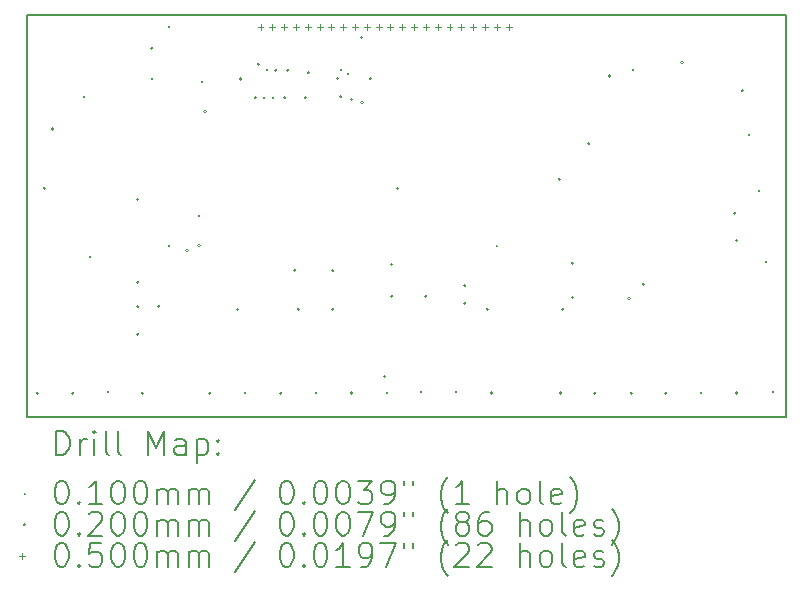
<source format=gbr>
%TF.GenerationSoftware,KiCad,Pcbnew,7.0.7*%
%TF.CreationDate,2024-09-12T05:12:30-04:00*%
%TF.ProjectId,Fluke_LCD,466c756b-655f-44c4-9344-2e6b69636164,rev?*%
%TF.SameCoordinates,Original*%
%TF.FileFunction,Drillmap*%
%TF.FilePolarity,Positive*%
%FSLAX45Y45*%
G04 Gerber Fmt 4.5, Leading zero omitted, Abs format (unit mm)*
G04 Created by KiCad (PCBNEW 7.0.7) date 2024-09-12 05:12:30*
%MOMM*%
%LPD*%
G01*
G04 APERTURE LIST*
%ADD10C,0.200000*%
%ADD11C,0.010000*%
%ADD12C,0.020000*%
%ADD13C,0.050000*%
G04 APERTURE END LIST*
D10*
X15189200Y-5207000D02*
X21615400Y-5207000D01*
X21615400Y-8610600D01*
X15189200Y-8610600D01*
X15189200Y-5207000D01*
D11*
X19165000Y-7157800D02*
X19175000Y-7167800D01*
X19175000Y-7157800D02*
X19165000Y-7167800D01*
D12*
X15290000Y-8410000D02*
G75*
G03*
X15290000Y-8410000I-10000J0D01*
G01*
X15350000Y-6675000D02*
G75*
G03*
X15350000Y-6675000I-10000J0D01*
G01*
X15419450Y-6173800D02*
G75*
G03*
X15419450Y-6173800I-10000J0D01*
G01*
X15590000Y-8410000D02*
G75*
G03*
X15590000Y-8410000I-10000J0D01*
G01*
X15687500Y-5902500D02*
G75*
G03*
X15687500Y-5902500I-10000J0D01*
G01*
X15735000Y-7258951D02*
G75*
G03*
X15735000Y-7258951I-10000J0D01*
G01*
X15890000Y-8400000D02*
G75*
G03*
X15890000Y-8400000I-10000J0D01*
G01*
X16140000Y-6770000D02*
G75*
G03*
X16140000Y-6770000I-10000J0D01*
G01*
X16140000Y-7470000D02*
G75*
G03*
X16140000Y-7470000I-10000J0D01*
G01*
X16140000Y-7680000D02*
G75*
G03*
X16140000Y-7680000I-10000J0D01*
G01*
X16140000Y-7910000D02*
G75*
G03*
X16140000Y-7910000I-10000J0D01*
G01*
X16180000Y-8410000D02*
G75*
G03*
X16180000Y-8410000I-10000J0D01*
G01*
X16260000Y-5490000D02*
G75*
G03*
X16260000Y-5490000I-10000J0D01*
G01*
X16260000Y-5750000D02*
G75*
G03*
X16260000Y-5750000I-10000J0D01*
G01*
X16320000Y-7675000D02*
G75*
G03*
X16320000Y-7675000I-10000J0D01*
G01*
X16406300Y-7163700D02*
G75*
G03*
X16406300Y-7163700I-10000J0D01*
G01*
X16407071Y-5310000D02*
G75*
G03*
X16407071Y-5310000I-10000J0D01*
G01*
X16557341Y-7202659D02*
G75*
G03*
X16557341Y-7202659I-10000J0D01*
G01*
X16660000Y-6910000D02*
G75*
G03*
X16660000Y-6910000I-10000J0D01*
G01*
X16660000Y-7160000D02*
G75*
G03*
X16660000Y-7160000I-10000J0D01*
G01*
X16685000Y-5775000D02*
G75*
G03*
X16685000Y-5775000I-10000J0D01*
G01*
X16710000Y-6025000D02*
G75*
G03*
X16710000Y-6025000I-10000J0D01*
G01*
X16750000Y-8410000D02*
G75*
G03*
X16750000Y-8410000I-10000J0D01*
G01*
X16985000Y-7700000D02*
G75*
G03*
X16985000Y-7700000I-10000J0D01*
G01*
X17010000Y-5750000D02*
G75*
G03*
X17010000Y-5750000I-10000J0D01*
G01*
X17050000Y-8410000D02*
G75*
G03*
X17050000Y-8410000I-10000J0D01*
G01*
X17135000Y-5910000D02*
G75*
G03*
X17135000Y-5910000I-10000J0D01*
G01*
X17160000Y-5625000D02*
G75*
G03*
X17160000Y-5625000I-10000J0D01*
G01*
X17210000Y-5910000D02*
G75*
G03*
X17210000Y-5910000I-10000J0D01*
G01*
X17233363Y-5673363D02*
G75*
G03*
X17233363Y-5673363I-10000J0D01*
G01*
X17285000Y-5909983D02*
G75*
G03*
X17285000Y-5909983I-10000J0D01*
G01*
X17310297Y-5676775D02*
G75*
G03*
X17310297Y-5676775I-10000J0D01*
G01*
X17350000Y-8410000D02*
G75*
G03*
X17350000Y-8410000I-10000J0D01*
G01*
X17385000Y-5910000D02*
G75*
G03*
X17385000Y-5910000I-10000J0D01*
G01*
X17410000Y-5677450D02*
G75*
G03*
X17410000Y-5677450I-10000J0D01*
G01*
X17470000Y-7370000D02*
G75*
G03*
X17470000Y-7370000I-10000J0D01*
G01*
X17500000Y-7700000D02*
G75*
G03*
X17500000Y-7700000I-10000J0D01*
G01*
X17560000Y-5910000D02*
G75*
G03*
X17560000Y-5910000I-10000J0D01*
G01*
X17585000Y-5697550D02*
G75*
G03*
X17585000Y-5697550I-10000J0D01*
G01*
X17650000Y-8410000D02*
G75*
G03*
X17650000Y-8410000I-10000J0D01*
G01*
X17790000Y-7375000D02*
G75*
G03*
X17790000Y-7375000I-10000J0D01*
G01*
X17790000Y-7700000D02*
G75*
G03*
X17790000Y-7700000I-10000J0D01*
G01*
X17830963Y-5747550D02*
G75*
G03*
X17830963Y-5747550I-10000J0D01*
G01*
X17860000Y-5675000D02*
G75*
G03*
X17860000Y-5675000I-10000J0D01*
G01*
X17860000Y-5900000D02*
G75*
G03*
X17860000Y-5900000I-10000J0D01*
G01*
X17920183Y-5710409D02*
G75*
G03*
X17920183Y-5710409I-10000J0D01*
G01*
X17950000Y-5925000D02*
G75*
G03*
X17950000Y-5925000I-10000J0D01*
G01*
X17950000Y-8410000D02*
G75*
G03*
X17950000Y-8410000I-10000J0D01*
G01*
X18035000Y-5400000D02*
G75*
G03*
X18035000Y-5400000I-10000J0D01*
G01*
X18040000Y-5950000D02*
G75*
G03*
X18040000Y-5950000I-10000J0D01*
G01*
X18110000Y-5750000D02*
G75*
G03*
X18110000Y-5750000I-10000J0D01*
G01*
X18230000Y-8270000D02*
G75*
G03*
X18230000Y-8270000I-10000J0D01*
G01*
X18250000Y-8410000D02*
G75*
G03*
X18250000Y-8410000I-10000J0D01*
G01*
X18290000Y-7320000D02*
G75*
G03*
X18290000Y-7320000I-10000J0D01*
G01*
X18290000Y-7590000D02*
G75*
G03*
X18290000Y-7590000I-10000J0D01*
G01*
X18340000Y-6680000D02*
G75*
G03*
X18340000Y-6680000I-10000J0D01*
G01*
X18540000Y-8400000D02*
G75*
G03*
X18540000Y-8400000I-10000J0D01*
G01*
X18580000Y-7590000D02*
G75*
G03*
X18580000Y-7590000I-10000J0D01*
G01*
X18835000Y-8400000D02*
G75*
G03*
X18835000Y-8400000I-10000J0D01*
G01*
X18910000Y-7500000D02*
G75*
G03*
X18910000Y-7500000I-10000J0D01*
G01*
X18910000Y-7650000D02*
G75*
G03*
X18910000Y-7650000I-10000J0D01*
G01*
X19100000Y-7700000D02*
G75*
G03*
X19100000Y-7700000I-10000J0D01*
G01*
X19135000Y-8410000D02*
G75*
G03*
X19135000Y-8410000I-10000J0D01*
G01*
X19710000Y-6600000D02*
G75*
G03*
X19710000Y-6600000I-10000J0D01*
G01*
X19720000Y-8410000D02*
G75*
G03*
X19720000Y-8410000I-10000J0D01*
G01*
X19740000Y-7700000D02*
G75*
G03*
X19740000Y-7700000I-10000J0D01*
G01*
X19820000Y-7310000D02*
G75*
G03*
X19820000Y-7310000I-10000J0D01*
G01*
X19820000Y-7600000D02*
G75*
G03*
X19820000Y-7600000I-10000J0D01*
G01*
X19957550Y-6300000D02*
G75*
G03*
X19957550Y-6300000I-10000J0D01*
G01*
X20010000Y-8410000D02*
G75*
G03*
X20010000Y-8410000I-10000J0D01*
G01*
X20135950Y-5725000D02*
G75*
G03*
X20135950Y-5725000I-10000J0D01*
G01*
X20300000Y-7610000D02*
G75*
G03*
X20300000Y-7610000I-10000J0D01*
G01*
X20320000Y-8410000D02*
G75*
G03*
X20320000Y-8410000I-10000J0D01*
G01*
X20335000Y-5675000D02*
G75*
G03*
X20335000Y-5675000I-10000J0D01*
G01*
X20421250Y-7487550D02*
G75*
G03*
X20421250Y-7487550I-10000J0D01*
G01*
X20610000Y-8410000D02*
G75*
G03*
X20610000Y-8410000I-10000J0D01*
G01*
X20748909Y-5611091D02*
G75*
G03*
X20748909Y-5611091I-10000J0D01*
G01*
X20910000Y-8410000D02*
G75*
G03*
X20910000Y-8410000I-10000J0D01*
G01*
X21193600Y-6886400D02*
G75*
G03*
X21193600Y-6886400I-10000J0D01*
G01*
X21210000Y-7120000D02*
G75*
G03*
X21210000Y-7120000I-10000J0D01*
G01*
X21210000Y-8410000D02*
G75*
G03*
X21210000Y-8410000I-10000J0D01*
G01*
X21260000Y-5850000D02*
G75*
G03*
X21260000Y-5850000I-10000J0D01*
G01*
X21315000Y-6225000D02*
G75*
G03*
X21315000Y-6225000I-10000J0D01*
G01*
X21400000Y-6700000D02*
G75*
G03*
X21400000Y-6700000I-10000J0D01*
G01*
X21460000Y-7300000D02*
G75*
G03*
X21460000Y-7300000I-10000J0D01*
G01*
X21520000Y-8400000D02*
G75*
G03*
X21520000Y-8400000I-10000J0D01*
G01*
D13*
X17170000Y-5285000D02*
X17170000Y-5335000D01*
X17145000Y-5310000D02*
X17195000Y-5310000D01*
X17270000Y-5285000D02*
X17270000Y-5335000D01*
X17245000Y-5310000D02*
X17295000Y-5310000D01*
X17370000Y-5285000D02*
X17370000Y-5335000D01*
X17345000Y-5310000D02*
X17395000Y-5310000D01*
X17470000Y-5285000D02*
X17470000Y-5335000D01*
X17445000Y-5310000D02*
X17495000Y-5310000D01*
X17570000Y-5285000D02*
X17570000Y-5335000D01*
X17545000Y-5310000D02*
X17595000Y-5310000D01*
X17670000Y-5285000D02*
X17670000Y-5335000D01*
X17645000Y-5310000D02*
X17695000Y-5310000D01*
X17770000Y-5285000D02*
X17770000Y-5335000D01*
X17745000Y-5310000D02*
X17795000Y-5310000D01*
X17870000Y-5285000D02*
X17870000Y-5335000D01*
X17845000Y-5310000D02*
X17895000Y-5310000D01*
X17970000Y-5285000D02*
X17970000Y-5335000D01*
X17945000Y-5310000D02*
X17995000Y-5310000D01*
X18070000Y-5285000D02*
X18070000Y-5335000D01*
X18045000Y-5310000D02*
X18095000Y-5310000D01*
X18170000Y-5285000D02*
X18170000Y-5335000D01*
X18145000Y-5310000D02*
X18195000Y-5310000D01*
X18270000Y-5285000D02*
X18270000Y-5335000D01*
X18245000Y-5310000D02*
X18295000Y-5310000D01*
X18370000Y-5285000D02*
X18370000Y-5335000D01*
X18345000Y-5310000D02*
X18395000Y-5310000D01*
X18470000Y-5285000D02*
X18470000Y-5335000D01*
X18445000Y-5310000D02*
X18495000Y-5310000D01*
X18570000Y-5285000D02*
X18570000Y-5335000D01*
X18545000Y-5310000D02*
X18595000Y-5310000D01*
X18670000Y-5285000D02*
X18670000Y-5335000D01*
X18645000Y-5310000D02*
X18695000Y-5310000D01*
X18770000Y-5285000D02*
X18770000Y-5335000D01*
X18745000Y-5310000D02*
X18795000Y-5310000D01*
X18870000Y-5285000D02*
X18870000Y-5335000D01*
X18845000Y-5310000D02*
X18895000Y-5310000D01*
X18970000Y-5285000D02*
X18970000Y-5335000D01*
X18945000Y-5310000D02*
X18995000Y-5310000D01*
X19070000Y-5285000D02*
X19070000Y-5335000D01*
X19045000Y-5310000D02*
X19095000Y-5310000D01*
X19170000Y-5285000D02*
X19170000Y-5335000D01*
X19145000Y-5310000D02*
X19195000Y-5310000D01*
X19270000Y-5285000D02*
X19270000Y-5335000D01*
X19245000Y-5310000D02*
X19295000Y-5310000D01*
D10*
X15439977Y-8932084D02*
X15439977Y-8732084D01*
X15439977Y-8732084D02*
X15487596Y-8732084D01*
X15487596Y-8732084D02*
X15516167Y-8741608D01*
X15516167Y-8741608D02*
X15535215Y-8760655D01*
X15535215Y-8760655D02*
X15544739Y-8779703D01*
X15544739Y-8779703D02*
X15554262Y-8817798D01*
X15554262Y-8817798D02*
X15554262Y-8846370D01*
X15554262Y-8846370D02*
X15544739Y-8884465D01*
X15544739Y-8884465D02*
X15535215Y-8903512D01*
X15535215Y-8903512D02*
X15516167Y-8922560D01*
X15516167Y-8922560D02*
X15487596Y-8932084D01*
X15487596Y-8932084D02*
X15439977Y-8932084D01*
X15639977Y-8932084D02*
X15639977Y-8798750D01*
X15639977Y-8836846D02*
X15649501Y-8817798D01*
X15649501Y-8817798D02*
X15659024Y-8808274D01*
X15659024Y-8808274D02*
X15678072Y-8798750D01*
X15678072Y-8798750D02*
X15697120Y-8798750D01*
X15763786Y-8932084D02*
X15763786Y-8798750D01*
X15763786Y-8732084D02*
X15754262Y-8741608D01*
X15754262Y-8741608D02*
X15763786Y-8751131D01*
X15763786Y-8751131D02*
X15773310Y-8741608D01*
X15773310Y-8741608D02*
X15763786Y-8732084D01*
X15763786Y-8732084D02*
X15763786Y-8751131D01*
X15887596Y-8932084D02*
X15868548Y-8922560D01*
X15868548Y-8922560D02*
X15859024Y-8903512D01*
X15859024Y-8903512D02*
X15859024Y-8732084D01*
X15992358Y-8932084D02*
X15973310Y-8922560D01*
X15973310Y-8922560D02*
X15963786Y-8903512D01*
X15963786Y-8903512D02*
X15963786Y-8732084D01*
X16220929Y-8932084D02*
X16220929Y-8732084D01*
X16220929Y-8732084D02*
X16287596Y-8874941D01*
X16287596Y-8874941D02*
X16354262Y-8732084D01*
X16354262Y-8732084D02*
X16354262Y-8932084D01*
X16535215Y-8932084D02*
X16535215Y-8827322D01*
X16535215Y-8827322D02*
X16525691Y-8808274D01*
X16525691Y-8808274D02*
X16506643Y-8798750D01*
X16506643Y-8798750D02*
X16468548Y-8798750D01*
X16468548Y-8798750D02*
X16449501Y-8808274D01*
X16535215Y-8922560D02*
X16516167Y-8932084D01*
X16516167Y-8932084D02*
X16468548Y-8932084D01*
X16468548Y-8932084D02*
X16449501Y-8922560D01*
X16449501Y-8922560D02*
X16439977Y-8903512D01*
X16439977Y-8903512D02*
X16439977Y-8884465D01*
X16439977Y-8884465D02*
X16449501Y-8865417D01*
X16449501Y-8865417D02*
X16468548Y-8855893D01*
X16468548Y-8855893D02*
X16516167Y-8855893D01*
X16516167Y-8855893D02*
X16535215Y-8846370D01*
X16630453Y-8798750D02*
X16630453Y-8998750D01*
X16630453Y-8808274D02*
X16649501Y-8798750D01*
X16649501Y-8798750D02*
X16687596Y-8798750D01*
X16687596Y-8798750D02*
X16706643Y-8808274D01*
X16706643Y-8808274D02*
X16716167Y-8817798D01*
X16716167Y-8817798D02*
X16725691Y-8836846D01*
X16725691Y-8836846D02*
X16725691Y-8893989D01*
X16725691Y-8893989D02*
X16716167Y-8913036D01*
X16716167Y-8913036D02*
X16706643Y-8922560D01*
X16706643Y-8922560D02*
X16687596Y-8932084D01*
X16687596Y-8932084D02*
X16649501Y-8932084D01*
X16649501Y-8932084D02*
X16630453Y-8922560D01*
X16811405Y-8913036D02*
X16820929Y-8922560D01*
X16820929Y-8922560D02*
X16811405Y-8932084D01*
X16811405Y-8932084D02*
X16801882Y-8922560D01*
X16801882Y-8922560D02*
X16811405Y-8913036D01*
X16811405Y-8913036D02*
X16811405Y-8932084D01*
X16811405Y-8808274D02*
X16820929Y-8817798D01*
X16820929Y-8817798D02*
X16811405Y-8827322D01*
X16811405Y-8827322D02*
X16801882Y-8817798D01*
X16801882Y-8817798D02*
X16811405Y-8808274D01*
X16811405Y-8808274D02*
X16811405Y-8827322D01*
D11*
X15169200Y-9255600D02*
X15179200Y-9265600D01*
X15179200Y-9255600D02*
X15169200Y-9265600D01*
D10*
X15478072Y-9152084D02*
X15497120Y-9152084D01*
X15497120Y-9152084D02*
X15516167Y-9161608D01*
X15516167Y-9161608D02*
X15525691Y-9171131D01*
X15525691Y-9171131D02*
X15535215Y-9190179D01*
X15535215Y-9190179D02*
X15544739Y-9228274D01*
X15544739Y-9228274D02*
X15544739Y-9275893D01*
X15544739Y-9275893D02*
X15535215Y-9313989D01*
X15535215Y-9313989D02*
X15525691Y-9333036D01*
X15525691Y-9333036D02*
X15516167Y-9342560D01*
X15516167Y-9342560D02*
X15497120Y-9352084D01*
X15497120Y-9352084D02*
X15478072Y-9352084D01*
X15478072Y-9352084D02*
X15459024Y-9342560D01*
X15459024Y-9342560D02*
X15449501Y-9333036D01*
X15449501Y-9333036D02*
X15439977Y-9313989D01*
X15439977Y-9313989D02*
X15430453Y-9275893D01*
X15430453Y-9275893D02*
X15430453Y-9228274D01*
X15430453Y-9228274D02*
X15439977Y-9190179D01*
X15439977Y-9190179D02*
X15449501Y-9171131D01*
X15449501Y-9171131D02*
X15459024Y-9161608D01*
X15459024Y-9161608D02*
X15478072Y-9152084D01*
X15630453Y-9333036D02*
X15639977Y-9342560D01*
X15639977Y-9342560D02*
X15630453Y-9352084D01*
X15630453Y-9352084D02*
X15620929Y-9342560D01*
X15620929Y-9342560D02*
X15630453Y-9333036D01*
X15630453Y-9333036D02*
X15630453Y-9352084D01*
X15830453Y-9352084D02*
X15716167Y-9352084D01*
X15773310Y-9352084D02*
X15773310Y-9152084D01*
X15773310Y-9152084D02*
X15754262Y-9180655D01*
X15754262Y-9180655D02*
X15735215Y-9199703D01*
X15735215Y-9199703D02*
X15716167Y-9209227D01*
X15954262Y-9152084D02*
X15973310Y-9152084D01*
X15973310Y-9152084D02*
X15992358Y-9161608D01*
X15992358Y-9161608D02*
X16001882Y-9171131D01*
X16001882Y-9171131D02*
X16011405Y-9190179D01*
X16011405Y-9190179D02*
X16020929Y-9228274D01*
X16020929Y-9228274D02*
X16020929Y-9275893D01*
X16020929Y-9275893D02*
X16011405Y-9313989D01*
X16011405Y-9313989D02*
X16001882Y-9333036D01*
X16001882Y-9333036D02*
X15992358Y-9342560D01*
X15992358Y-9342560D02*
X15973310Y-9352084D01*
X15973310Y-9352084D02*
X15954262Y-9352084D01*
X15954262Y-9352084D02*
X15935215Y-9342560D01*
X15935215Y-9342560D02*
X15925691Y-9333036D01*
X15925691Y-9333036D02*
X15916167Y-9313989D01*
X15916167Y-9313989D02*
X15906643Y-9275893D01*
X15906643Y-9275893D02*
X15906643Y-9228274D01*
X15906643Y-9228274D02*
X15916167Y-9190179D01*
X15916167Y-9190179D02*
X15925691Y-9171131D01*
X15925691Y-9171131D02*
X15935215Y-9161608D01*
X15935215Y-9161608D02*
X15954262Y-9152084D01*
X16144739Y-9152084D02*
X16163786Y-9152084D01*
X16163786Y-9152084D02*
X16182834Y-9161608D01*
X16182834Y-9161608D02*
X16192358Y-9171131D01*
X16192358Y-9171131D02*
X16201882Y-9190179D01*
X16201882Y-9190179D02*
X16211405Y-9228274D01*
X16211405Y-9228274D02*
X16211405Y-9275893D01*
X16211405Y-9275893D02*
X16201882Y-9313989D01*
X16201882Y-9313989D02*
X16192358Y-9333036D01*
X16192358Y-9333036D02*
X16182834Y-9342560D01*
X16182834Y-9342560D02*
X16163786Y-9352084D01*
X16163786Y-9352084D02*
X16144739Y-9352084D01*
X16144739Y-9352084D02*
X16125691Y-9342560D01*
X16125691Y-9342560D02*
X16116167Y-9333036D01*
X16116167Y-9333036D02*
X16106643Y-9313989D01*
X16106643Y-9313989D02*
X16097120Y-9275893D01*
X16097120Y-9275893D02*
X16097120Y-9228274D01*
X16097120Y-9228274D02*
X16106643Y-9190179D01*
X16106643Y-9190179D02*
X16116167Y-9171131D01*
X16116167Y-9171131D02*
X16125691Y-9161608D01*
X16125691Y-9161608D02*
X16144739Y-9152084D01*
X16297120Y-9352084D02*
X16297120Y-9218750D01*
X16297120Y-9237798D02*
X16306643Y-9228274D01*
X16306643Y-9228274D02*
X16325691Y-9218750D01*
X16325691Y-9218750D02*
X16354263Y-9218750D01*
X16354263Y-9218750D02*
X16373310Y-9228274D01*
X16373310Y-9228274D02*
X16382834Y-9247322D01*
X16382834Y-9247322D02*
X16382834Y-9352084D01*
X16382834Y-9247322D02*
X16392358Y-9228274D01*
X16392358Y-9228274D02*
X16411405Y-9218750D01*
X16411405Y-9218750D02*
X16439977Y-9218750D01*
X16439977Y-9218750D02*
X16459024Y-9228274D01*
X16459024Y-9228274D02*
X16468548Y-9247322D01*
X16468548Y-9247322D02*
X16468548Y-9352084D01*
X16563786Y-9352084D02*
X16563786Y-9218750D01*
X16563786Y-9237798D02*
X16573310Y-9228274D01*
X16573310Y-9228274D02*
X16592358Y-9218750D01*
X16592358Y-9218750D02*
X16620929Y-9218750D01*
X16620929Y-9218750D02*
X16639977Y-9228274D01*
X16639977Y-9228274D02*
X16649501Y-9247322D01*
X16649501Y-9247322D02*
X16649501Y-9352084D01*
X16649501Y-9247322D02*
X16659024Y-9228274D01*
X16659024Y-9228274D02*
X16678072Y-9218750D01*
X16678072Y-9218750D02*
X16706643Y-9218750D01*
X16706643Y-9218750D02*
X16725691Y-9228274D01*
X16725691Y-9228274D02*
X16735215Y-9247322D01*
X16735215Y-9247322D02*
X16735215Y-9352084D01*
X17125691Y-9142560D02*
X16954263Y-9399703D01*
X17382834Y-9152084D02*
X17401882Y-9152084D01*
X17401882Y-9152084D02*
X17420929Y-9161608D01*
X17420929Y-9161608D02*
X17430453Y-9171131D01*
X17430453Y-9171131D02*
X17439977Y-9190179D01*
X17439977Y-9190179D02*
X17449501Y-9228274D01*
X17449501Y-9228274D02*
X17449501Y-9275893D01*
X17449501Y-9275893D02*
X17439977Y-9313989D01*
X17439977Y-9313989D02*
X17430453Y-9333036D01*
X17430453Y-9333036D02*
X17420929Y-9342560D01*
X17420929Y-9342560D02*
X17401882Y-9352084D01*
X17401882Y-9352084D02*
X17382834Y-9352084D01*
X17382834Y-9352084D02*
X17363787Y-9342560D01*
X17363787Y-9342560D02*
X17354263Y-9333036D01*
X17354263Y-9333036D02*
X17344739Y-9313989D01*
X17344739Y-9313989D02*
X17335215Y-9275893D01*
X17335215Y-9275893D02*
X17335215Y-9228274D01*
X17335215Y-9228274D02*
X17344739Y-9190179D01*
X17344739Y-9190179D02*
X17354263Y-9171131D01*
X17354263Y-9171131D02*
X17363787Y-9161608D01*
X17363787Y-9161608D02*
X17382834Y-9152084D01*
X17535215Y-9333036D02*
X17544739Y-9342560D01*
X17544739Y-9342560D02*
X17535215Y-9352084D01*
X17535215Y-9352084D02*
X17525691Y-9342560D01*
X17525691Y-9342560D02*
X17535215Y-9333036D01*
X17535215Y-9333036D02*
X17535215Y-9352084D01*
X17668548Y-9152084D02*
X17687596Y-9152084D01*
X17687596Y-9152084D02*
X17706644Y-9161608D01*
X17706644Y-9161608D02*
X17716168Y-9171131D01*
X17716168Y-9171131D02*
X17725691Y-9190179D01*
X17725691Y-9190179D02*
X17735215Y-9228274D01*
X17735215Y-9228274D02*
X17735215Y-9275893D01*
X17735215Y-9275893D02*
X17725691Y-9313989D01*
X17725691Y-9313989D02*
X17716168Y-9333036D01*
X17716168Y-9333036D02*
X17706644Y-9342560D01*
X17706644Y-9342560D02*
X17687596Y-9352084D01*
X17687596Y-9352084D02*
X17668548Y-9352084D01*
X17668548Y-9352084D02*
X17649501Y-9342560D01*
X17649501Y-9342560D02*
X17639977Y-9333036D01*
X17639977Y-9333036D02*
X17630453Y-9313989D01*
X17630453Y-9313989D02*
X17620929Y-9275893D01*
X17620929Y-9275893D02*
X17620929Y-9228274D01*
X17620929Y-9228274D02*
X17630453Y-9190179D01*
X17630453Y-9190179D02*
X17639977Y-9171131D01*
X17639977Y-9171131D02*
X17649501Y-9161608D01*
X17649501Y-9161608D02*
X17668548Y-9152084D01*
X17859025Y-9152084D02*
X17878072Y-9152084D01*
X17878072Y-9152084D02*
X17897120Y-9161608D01*
X17897120Y-9161608D02*
X17906644Y-9171131D01*
X17906644Y-9171131D02*
X17916168Y-9190179D01*
X17916168Y-9190179D02*
X17925691Y-9228274D01*
X17925691Y-9228274D02*
X17925691Y-9275893D01*
X17925691Y-9275893D02*
X17916168Y-9313989D01*
X17916168Y-9313989D02*
X17906644Y-9333036D01*
X17906644Y-9333036D02*
X17897120Y-9342560D01*
X17897120Y-9342560D02*
X17878072Y-9352084D01*
X17878072Y-9352084D02*
X17859025Y-9352084D01*
X17859025Y-9352084D02*
X17839977Y-9342560D01*
X17839977Y-9342560D02*
X17830453Y-9333036D01*
X17830453Y-9333036D02*
X17820929Y-9313989D01*
X17820929Y-9313989D02*
X17811406Y-9275893D01*
X17811406Y-9275893D02*
X17811406Y-9228274D01*
X17811406Y-9228274D02*
X17820929Y-9190179D01*
X17820929Y-9190179D02*
X17830453Y-9171131D01*
X17830453Y-9171131D02*
X17839977Y-9161608D01*
X17839977Y-9161608D02*
X17859025Y-9152084D01*
X17992358Y-9152084D02*
X18116168Y-9152084D01*
X18116168Y-9152084D02*
X18049501Y-9228274D01*
X18049501Y-9228274D02*
X18078072Y-9228274D01*
X18078072Y-9228274D02*
X18097120Y-9237798D01*
X18097120Y-9237798D02*
X18106644Y-9247322D01*
X18106644Y-9247322D02*
X18116168Y-9266370D01*
X18116168Y-9266370D02*
X18116168Y-9313989D01*
X18116168Y-9313989D02*
X18106644Y-9333036D01*
X18106644Y-9333036D02*
X18097120Y-9342560D01*
X18097120Y-9342560D02*
X18078072Y-9352084D01*
X18078072Y-9352084D02*
X18020929Y-9352084D01*
X18020929Y-9352084D02*
X18001882Y-9342560D01*
X18001882Y-9342560D02*
X17992358Y-9333036D01*
X18211406Y-9352084D02*
X18249501Y-9352084D01*
X18249501Y-9352084D02*
X18268549Y-9342560D01*
X18268549Y-9342560D02*
X18278072Y-9333036D01*
X18278072Y-9333036D02*
X18297120Y-9304465D01*
X18297120Y-9304465D02*
X18306644Y-9266370D01*
X18306644Y-9266370D02*
X18306644Y-9190179D01*
X18306644Y-9190179D02*
X18297120Y-9171131D01*
X18297120Y-9171131D02*
X18287596Y-9161608D01*
X18287596Y-9161608D02*
X18268549Y-9152084D01*
X18268549Y-9152084D02*
X18230453Y-9152084D01*
X18230453Y-9152084D02*
X18211406Y-9161608D01*
X18211406Y-9161608D02*
X18201882Y-9171131D01*
X18201882Y-9171131D02*
X18192358Y-9190179D01*
X18192358Y-9190179D02*
X18192358Y-9237798D01*
X18192358Y-9237798D02*
X18201882Y-9256846D01*
X18201882Y-9256846D02*
X18211406Y-9266370D01*
X18211406Y-9266370D02*
X18230453Y-9275893D01*
X18230453Y-9275893D02*
X18268549Y-9275893D01*
X18268549Y-9275893D02*
X18287596Y-9266370D01*
X18287596Y-9266370D02*
X18297120Y-9256846D01*
X18297120Y-9256846D02*
X18306644Y-9237798D01*
X18382834Y-9152084D02*
X18382834Y-9190179D01*
X18459025Y-9152084D02*
X18459025Y-9190179D01*
X18754263Y-9428274D02*
X18744739Y-9418750D01*
X18744739Y-9418750D02*
X18725691Y-9390179D01*
X18725691Y-9390179D02*
X18716168Y-9371131D01*
X18716168Y-9371131D02*
X18706644Y-9342560D01*
X18706644Y-9342560D02*
X18697120Y-9294941D01*
X18697120Y-9294941D02*
X18697120Y-9256846D01*
X18697120Y-9256846D02*
X18706644Y-9209227D01*
X18706644Y-9209227D02*
X18716168Y-9180655D01*
X18716168Y-9180655D02*
X18725691Y-9161608D01*
X18725691Y-9161608D02*
X18744739Y-9133036D01*
X18744739Y-9133036D02*
X18754263Y-9123512D01*
X18935215Y-9352084D02*
X18820930Y-9352084D01*
X18878072Y-9352084D02*
X18878072Y-9152084D01*
X18878072Y-9152084D02*
X18859025Y-9180655D01*
X18859025Y-9180655D02*
X18839977Y-9199703D01*
X18839977Y-9199703D02*
X18820930Y-9209227D01*
X19173311Y-9352084D02*
X19173311Y-9152084D01*
X19259025Y-9352084D02*
X19259025Y-9247322D01*
X19259025Y-9247322D02*
X19249501Y-9228274D01*
X19249501Y-9228274D02*
X19230453Y-9218750D01*
X19230453Y-9218750D02*
X19201882Y-9218750D01*
X19201882Y-9218750D02*
X19182834Y-9228274D01*
X19182834Y-9228274D02*
X19173311Y-9237798D01*
X19382834Y-9352084D02*
X19363787Y-9342560D01*
X19363787Y-9342560D02*
X19354263Y-9333036D01*
X19354263Y-9333036D02*
X19344739Y-9313989D01*
X19344739Y-9313989D02*
X19344739Y-9256846D01*
X19344739Y-9256846D02*
X19354263Y-9237798D01*
X19354263Y-9237798D02*
X19363787Y-9228274D01*
X19363787Y-9228274D02*
X19382834Y-9218750D01*
X19382834Y-9218750D02*
X19411406Y-9218750D01*
X19411406Y-9218750D02*
X19430453Y-9228274D01*
X19430453Y-9228274D02*
X19439977Y-9237798D01*
X19439977Y-9237798D02*
X19449501Y-9256846D01*
X19449501Y-9256846D02*
X19449501Y-9313989D01*
X19449501Y-9313989D02*
X19439977Y-9333036D01*
X19439977Y-9333036D02*
X19430453Y-9342560D01*
X19430453Y-9342560D02*
X19411406Y-9352084D01*
X19411406Y-9352084D02*
X19382834Y-9352084D01*
X19563787Y-9352084D02*
X19544739Y-9342560D01*
X19544739Y-9342560D02*
X19535215Y-9323512D01*
X19535215Y-9323512D02*
X19535215Y-9152084D01*
X19716168Y-9342560D02*
X19697120Y-9352084D01*
X19697120Y-9352084D02*
X19659025Y-9352084D01*
X19659025Y-9352084D02*
X19639977Y-9342560D01*
X19639977Y-9342560D02*
X19630453Y-9323512D01*
X19630453Y-9323512D02*
X19630453Y-9247322D01*
X19630453Y-9247322D02*
X19639977Y-9228274D01*
X19639977Y-9228274D02*
X19659025Y-9218750D01*
X19659025Y-9218750D02*
X19697120Y-9218750D01*
X19697120Y-9218750D02*
X19716168Y-9228274D01*
X19716168Y-9228274D02*
X19725692Y-9247322D01*
X19725692Y-9247322D02*
X19725692Y-9266370D01*
X19725692Y-9266370D02*
X19630453Y-9285417D01*
X19792358Y-9428274D02*
X19801882Y-9418750D01*
X19801882Y-9418750D02*
X19820930Y-9390179D01*
X19820930Y-9390179D02*
X19830453Y-9371131D01*
X19830453Y-9371131D02*
X19839977Y-9342560D01*
X19839977Y-9342560D02*
X19849501Y-9294941D01*
X19849501Y-9294941D02*
X19849501Y-9256846D01*
X19849501Y-9256846D02*
X19839977Y-9209227D01*
X19839977Y-9209227D02*
X19830453Y-9180655D01*
X19830453Y-9180655D02*
X19820930Y-9161608D01*
X19820930Y-9161608D02*
X19801882Y-9133036D01*
X19801882Y-9133036D02*
X19792358Y-9123512D01*
D12*
X15179200Y-9524600D02*
G75*
G03*
X15179200Y-9524600I-10000J0D01*
G01*
D10*
X15478072Y-9416084D02*
X15497120Y-9416084D01*
X15497120Y-9416084D02*
X15516167Y-9425608D01*
X15516167Y-9425608D02*
X15525691Y-9435131D01*
X15525691Y-9435131D02*
X15535215Y-9454179D01*
X15535215Y-9454179D02*
X15544739Y-9492274D01*
X15544739Y-9492274D02*
X15544739Y-9539893D01*
X15544739Y-9539893D02*
X15535215Y-9577989D01*
X15535215Y-9577989D02*
X15525691Y-9597036D01*
X15525691Y-9597036D02*
X15516167Y-9606560D01*
X15516167Y-9606560D02*
X15497120Y-9616084D01*
X15497120Y-9616084D02*
X15478072Y-9616084D01*
X15478072Y-9616084D02*
X15459024Y-9606560D01*
X15459024Y-9606560D02*
X15449501Y-9597036D01*
X15449501Y-9597036D02*
X15439977Y-9577989D01*
X15439977Y-9577989D02*
X15430453Y-9539893D01*
X15430453Y-9539893D02*
X15430453Y-9492274D01*
X15430453Y-9492274D02*
X15439977Y-9454179D01*
X15439977Y-9454179D02*
X15449501Y-9435131D01*
X15449501Y-9435131D02*
X15459024Y-9425608D01*
X15459024Y-9425608D02*
X15478072Y-9416084D01*
X15630453Y-9597036D02*
X15639977Y-9606560D01*
X15639977Y-9606560D02*
X15630453Y-9616084D01*
X15630453Y-9616084D02*
X15620929Y-9606560D01*
X15620929Y-9606560D02*
X15630453Y-9597036D01*
X15630453Y-9597036D02*
X15630453Y-9616084D01*
X15716167Y-9435131D02*
X15725691Y-9425608D01*
X15725691Y-9425608D02*
X15744739Y-9416084D01*
X15744739Y-9416084D02*
X15792358Y-9416084D01*
X15792358Y-9416084D02*
X15811405Y-9425608D01*
X15811405Y-9425608D02*
X15820929Y-9435131D01*
X15820929Y-9435131D02*
X15830453Y-9454179D01*
X15830453Y-9454179D02*
X15830453Y-9473227D01*
X15830453Y-9473227D02*
X15820929Y-9501798D01*
X15820929Y-9501798D02*
X15706643Y-9616084D01*
X15706643Y-9616084D02*
X15830453Y-9616084D01*
X15954262Y-9416084D02*
X15973310Y-9416084D01*
X15973310Y-9416084D02*
X15992358Y-9425608D01*
X15992358Y-9425608D02*
X16001882Y-9435131D01*
X16001882Y-9435131D02*
X16011405Y-9454179D01*
X16011405Y-9454179D02*
X16020929Y-9492274D01*
X16020929Y-9492274D02*
X16020929Y-9539893D01*
X16020929Y-9539893D02*
X16011405Y-9577989D01*
X16011405Y-9577989D02*
X16001882Y-9597036D01*
X16001882Y-9597036D02*
X15992358Y-9606560D01*
X15992358Y-9606560D02*
X15973310Y-9616084D01*
X15973310Y-9616084D02*
X15954262Y-9616084D01*
X15954262Y-9616084D02*
X15935215Y-9606560D01*
X15935215Y-9606560D02*
X15925691Y-9597036D01*
X15925691Y-9597036D02*
X15916167Y-9577989D01*
X15916167Y-9577989D02*
X15906643Y-9539893D01*
X15906643Y-9539893D02*
X15906643Y-9492274D01*
X15906643Y-9492274D02*
X15916167Y-9454179D01*
X15916167Y-9454179D02*
X15925691Y-9435131D01*
X15925691Y-9435131D02*
X15935215Y-9425608D01*
X15935215Y-9425608D02*
X15954262Y-9416084D01*
X16144739Y-9416084D02*
X16163786Y-9416084D01*
X16163786Y-9416084D02*
X16182834Y-9425608D01*
X16182834Y-9425608D02*
X16192358Y-9435131D01*
X16192358Y-9435131D02*
X16201882Y-9454179D01*
X16201882Y-9454179D02*
X16211405Y-9492274D01*
X16211405Y-9492274D02*
X16211405Y-9539893D01*
X16211405Y-9539893D02*
X16201882Y-9577989D01*
X16201882Y-9577989D02*
X16192358Y-9597036D01*
X16192358Y-9597036D02*
X16182834Y-9606560D01*
X16182834Y-9606560D02*
X16163786Y-9616084D01*
X16163786Y-9616084D02*
X16144739Y-9616084D01*
X16144739Y-9616084D02*
X16125691Y-9606560D01*
X16125691Y-9606560D02*
X16116167Y-9597036D01*
X16116167Y-9597036D02*
X16106643Y-9577989D01*
X16106643Y-9577989D02*
X16097120Y-9539893D01*
X16097120Y-9539893D02*
X16097120Y-9492274D01*
X16097120Y-9492274D02*
X16106643Y-9454179D01*
X16106643Y-9454179D02*
X16116167Y-9435131D01*
X16116167Y-9435131D02*
X16125691Y-9425608D01*
X16125691Y-9425608D02*
X16144739Y-9416084D01*
X16297120Y-9616084D02*
X16297120Y-9482750D01*
X16297120Y-9501798D02*
X16306643Y-9492274D01*
X16306643Y-9492274D02*
X16325691Y-9482750D01*
X16325691Y-9482750D02*
X16354263Y-9482750D01*
X16354263Y-9482750D02*
X16373310Y-9492274D01*
X16373310Y-9492274D02*
X16382834Y-9511322D01*
X16382834Y-9511322D02*
X16382834Y-9616084D01*
X16382834Y-9511322D02*
X16392358Y-9492274D01*
X16392358Y-9492274D02*
X16411405Y-9482750D01*
X16411405Y-9482750D02*
X16439977Y-9482750D01*
X16439977Y-9482750D02*
X16459024Y-9492274D01*
X16459024Y-9492274D02*
X16468548Y-9511322D01*
X16468548Y-9511322D02*
X16468548Y-9616084D01*
X16563786Y-9616084D02*
X16563786Y-9482750D01*
X16563786Y-9501798D02*
X16573310Y-9492274D01*
X16573310Y-9492274D02*
X16592358Y-9482750D01*
X16592358Y-9482750D02*
X16620929Y-9482750D01*
X16620929Y-9482750D02*
X16639977Y-9492274D01*
X16639977Y-9492274D02*
X16649501Y-9511322D01*
X16649501Y-9511322D02*
X16649501Y-9616084D01*
X16649501Y-9511322D02*
X16659024Y-9492274D01*
X16659024Y-9492274D02*
X16678072Y-9482750D01*
X16678072Y-9482750D02*
X16706643Y-9482750D01*
X16706643Y-9482750D02*
X16725691Y-9492274D01*
X16725691Y-9492274D02*
X16735215Y-9511322D01*
X16735215Y-9511322D02*
X16735215Y-9616084D01*
X17125691Y-9406560D02*
X16954263Y-9663703D01*
X17382834Y-9416084D02*
X17401882Y-9416084D01*
X17401882Y-9416084D02*
X17420929Y-9425608D01*
X17420929Y-9425608D02*
X17430453Y-9435131D01*
X17430453Y-9435131D02*
X17439977Y-9454179D01*
X17439977Y-9454179D02*
X17449501Y-9492274D01*
X17449501Y-9492274D02*
X17449501Y-9539893D01*
X17449501Y-9539893D02*
X17439977Y-9577989D01*
X17439977Y-9577989D02*
X17430453Y-9597036D01*
X17430453Y-9597036D02*
X17420929Y-9606560D01*
X17420929Y-9606560D02*
X17401882Y-9616084D01*
X17401882Y-9616084D02*
X17382834Y-9616084D01*
X17382834Y-9616084D02*
X17363787Y-9606560D01*
X17363787Y-9606560D02*
X17354263Y-9597036D01*
X17354263Y-9597036D02*
X17344739Y-9577989D01*
X17344739Y-9577989D02*
X17335215Y-9539893D01*
X17335215Y-9539893D02*
X17335215Y-9492274D01*
X17335215Y-9492274D02*
X17344739Y-9454179D01*
X17344739Y-9454179D02*
X17354263Y-9435131D01*
X17354263Y-9435131D02*
X17363787Y-9425608D01*
X17363787Y-9425608D02*
X17382834Y-9416084D01*
X17535215Y-9597036D02*
X17544739Y-9606560D01*
X17544739Y-9606560D02*
X17535215Y-9616084D01*
X17535215Y-9616084D02*
X17525691Y-9606560D01*
X17525691Y-9606560D02*
X17535215Y-9597036D01*
X17535215Y-9597036D02*
X17535215Y-9616084D01*
X17668548Y-9416084D02*
X17687596Y-9416084D01*
X17687596Y-9416084D02*
X17706644Y-9425608D01*
X17706644Y-9425608D02*
X17716168Y-9435131D01*
X17716168Y-9435131D02*
X17725691Y-9454179D01*
X17725691Y-9454179D02*
X17735215Y-9492274D01*
X17735215Y-9492274D02*
X17735215Y-9539893D01*
X17735215Y-9539893D02*
X17725691Y-9577989D01*
X17725691Y-9577989D02*
X17716168Y-9597036D01*
X17716168Y-9597036D02*
X17706644Y-9606560D01*
X17706644Y-9606560D02*
X17687596Y-9616084D01*
X17687596Y-9616084D02*
X17668548Y-9616084D01*
X17668548Y-9616084D02*
X17649501Y-9606560D01*
X17649501Y-9606560D02*
X17639977Y-9597036D01*
X17639977Y-9597036D02*
X17630453Y-9577989D01*
X17630453Y-9577989D02*
X17620929Y-9539893D01*
X17620929Y-9539893D02*
X17620929Y-9492274D01*
X17620929Y-9492274D02*
X17630453Y-9454179D01*
X17630453Y-9454179D02*
X17639977Y-9435131D01*
X17639977Y-9435131D02*
X17649501Y-9425608D01*
X17649501Y-9425608D02*
X17668548Y-9416084D01*
X17859025Y-9416084D02*
X17878072Y-9416084D01*
X17878072Y-9416084D02*
X17897120Y-9425608D01*
X17897120Y-9425608D02*
X17906644Y-9435131D01*
X17906644Y-9435131D02*
X17916168Y-9454179D01*
X17916168Y-9454179D02*
X17925691Y-9492274D01*
X17925691Y-9492274D02*
X17925691Y-9539893D01*
X17925691Y-9539893D02*
X17916168Y-9577989D01*
X17916168Y-9577989D02*
X17906644Y-9597036D01*
X17906644Y-9597036D02*
X17897120Y-9606560D01*
X17897120Y-9606560D02*
X17878072Y-9616084D01*
X17878072Y-9616084D02*
X17859025Y-9616084D01*
X17859025Y-9616084D02*
X17839977Y-9606560D01*
X17839977Y-9606560D02*
X17830453Y-9597036D01*
X17830453Y-9597036D02*
X17820929Y-9577989D01*
X17820929Y-9577989D02*
X17811406Y-9539893D01*
X17811406Y-9539893D02*
X17811406Y-9492274D01*
X17811406Y-9492274D02*
X17820929Y-9454179D01*
X17820929Y-9454179D02*
X17830453Y-9435131D01*
X17830453Y-9435131D02*
X17839977Y-9425608D01*
X17839977Y-9425608D02*
X17859025Y-9416084D01*
X17992358Y-9416084D02*
X18125691Y-9416084D01*
X18125691Y-9416084D02*
X18039977Y-9616084D01*
X18211406Y-9616084D02*
X18249501Y-9616084D01*
X18249501Y-9616084D02*
X18268549Y-9606560D01*
X18268549Y-9606560D02*
X18278072Y-9597036D01*
X18278072Y-9597036D02*
X18297120Y-9568465D01*
X18297120Y-9568465D02*
X18306644Y-9530370D01*
X18306644Y-9530370D02*
X18306644Y-9454179D01*
X18306644Y-9454179D02*
X18297120Y-9435131D01*
X18297120Y-9435131D02*
X18287596Y-9425608D01*
X18287596Y-9425608D02*
X18268549Y-9416084D01*
X18268549Y-9416084D02*
X18230453Y-9416084D01*
X18230453Y-9416084D02*
X18211406Y-9425608D01*
X18211406Y-9425608D02*
X18201882Y-9435131D01*
X18201882Y-9435131D02*
X18192358Y-9454179D01*
X18192358Y-9454179D02*
X18192358Y-9501798D01*
X18192358Y-9501798D02*
X18201882Y-9520846D01*
X18201882Y-9520846D02*
X18211406Y-9530370D01*
X18211406Y-9530370D02*
X18230453Y-9539893D01*
X18230453Y-9539893D02*
X18268549Y-9539893D01*
X18268549Y-9539893D02*
X18287596Y-9530370D01*
X18287596Y-9530370D02*
X18297120Y-9520846D01*
X18297120Y-9520846D02*
X18306644Y-9501798D01*
X18382834Y-9416084D02*
X18382834Y-9454179D01*
X18459025Y-9416084D02*
X18459025Y-9454179D01*
X18754263Y-9692274D02*
X18744739Y-9682750D01*
X18744739Y-9682750D02*
X18725691Y-9654179D01*
X18725691Y-9654179D02*
X18716168Y-9635131D01*
X18716168Y-9635131D02*
X18706644Y-9606560D01*
X18706644Y-9606560D02*
X18697120Y-9558941D01*
X18697120Y-9558941D02*
X18697120Y-9520846D01*
X18697120Y-9520846D02*
X18706644Y-9473227D01*
X18706644Y-9473227D02*
X18716168Y-9444655D01*
X18716168Y-9444655D02*
X18725691Y-9425608D01*
X18725691Y-9425608D02*
X18744739Y-9397036D01*
X18744739Y-9397036D02*
X18754263Y-9387512D01*
X18859025Y-9501798D02*
X18839977Y-9492274D01*
X18839977Y-9492274D02*
X18830453Y-9482750D01*
X18830453Y-9482750D02*
X18820930Y-9463703D01*
X18820930Y-9463703D02*
X18820930Y-9454179D01*
X18820930Y-9454179D02*
X18830453Y-9435131D01*
X18830453Y-9435131D02*
X18839977Y-9425608D01*
X18839977Y-9425608D02*
X18859025Y-9416084D01*
X18859025Y-9416084D02*
X18897120Y-9416084D01*
X18897120Y-9416084D02*
X18916168Y-9425608D01*
X18916168Y-9425608D02*
X18925691Y-9435131D01*
X18925691Y-9435131D02*
X18935215Y-9454179D01*
X18935215Y-9454179D02*
X18935215Y-9463703D01*
X18935215Y-9463703D02*
X18925691Y-9482750D01*
X18925691Y-9482750D02*
X18916168Y-9492274D01*
X18916168Y-9492274D02*
X18897120Y-9501798D01*
X18897120Y-9501798D02*
X18859025Y-9501798D01*
X18859025Y-9501798D02*
X18839977Y-9511322D01*
X18839977Y-9511322D02*
X18830453Y-9520846D01*
X18830453Y-9520846D02*
X18820930Y-9539893D01*
X18820930Y-9539893D02*
X18820930Y-9577989D01*
X18820930Y-9577989D02*
X18830453Y-9597036D01*
X18830453Y-9597036D02*
X18839977Y-9606560D01*
X18839977Y-9606560D02*
X18859025Y-9616084D01*
X18859025Y-9616084D02*
X18897120Y-9616084D01*
X18897120Y-9616084D02*
X18916168Y-9606560D01*
X18916168Y-9606560D02*
X18925691Y-9597036D01*
X18925691Y-9597036D02*
X18935215Y-9577989D01*
X18935215Y-9577989D02*
X18935215Y-9539893D01*
X18935215Y-9539893D02*
X18925691Y-9520846D01*
X18925691Y-9520846D02*
X18916168Y-9511322D01*
X18916168Y-9511322D02*
X18897120Y-9501798D01*
X19106644Y-9416084D02*
X19068549Y-9416084D01*
X19068549Y-9416084D02*
X19049501Y-9425608D01*
X19049501Y-9425608D02*
X19039977Y-9435131D01*
X19039977Y-9435131D02*
X19020930Y-9463703D01*
X19020930Y-9463703D02*
X19011406Y-9501798D01*
X19011406Y-9501798D02*
X19011406Y-9577989D01*
X19011406Y-9577989D02*
X19020930Y-9597036D01*
X19020930Y-9597036D02*
X19030453Y-9606560D01*
X19030453Y-9606560D02*
X19049501Y-9616084D01*
X19049501Y-9616084D02*
X19087596Y-9616084D01*
X19087596Y-9616084D02*
X19106644Y-9606560D01*
X19106644Y-9606560D02*
X19116168Y-9597036D01*
X19116168Y-9597036D02*
X19125691Y-9577989D01*
X19125691Y-9577989D02*
X19125691Y-9530370D01*
X19125691Y-9530370D02*
X19116168Y-9511322D01*
X19116168Y-9511322D02*
X19106644Y-9501798D01*
X19106644Y-9501798D02*
X19087596Y-9492274D01*
X19087596Y-9492274D02*
X19049501Y-9492274D01*
X19049501Y-9492274D02*
X19030453Y-9501798D01*
X19030453Y-9501798D02*
X19020930Y-9511322D01*
X19020930Y-9511322D02*
X19011406Y-9530370D01*
X19363787Y-9616084D02*
X19363787Y-9416084D01*
X19449501Y-9616084D02*
X19449501Y-9511322D01*
X19449501Y-9511322D02*
X19439977Y-9492274D01*
X19439977Y-9492274D02*
X19420930Y-9482750D01*
X19420930Y-9482750D02*
X19392358Y-9482750D01*
X19392358Y-9482750D02*
X19373311Y-9492274D01*
X19373311Y-9492274D02*
X19363787Y-9501798D01*
X19573311Y-9616084D02*
X19554263Y-9606560D01*
X19554263Y-9606560D02*
X19544739Y-9597036D01*
X19544739Y-9597036D02*
X19535215Y-9577989D01*
X19535215Y-9577989D02*
X19535215Y-9520846D01*
X19535215Y-9520846D02*
X19544739Y-9501798D01*
X19544739Y-9501798D02*
X19554263Y-9492274D01*
X19554263Y-9492274D02*
X19573311Y-9482750D01*
X19573311Y-9482750D02*
X19601882Y-9482750D01*
X19601882Y-9482750D02*
X19620930Y-9492274D01*
X19620930Y-9492274D02*
X19630453Y-9501798D01*
X19630453Y-9501798D02*
X19639977Y-9520846D01*
X19639977Y-9520846D02*
X19639977Y-9577989D01*
X19639977Y-9577989D02*
X19630453Y-9597036D01*
X19630453Y-9597036D02*
X19620930Y-9606560D01*
X19620930Y-9606560D02*
X19601882Y-9616084D01*
X19601882Y-9616084D02*
X19573311Y-9616084D01*
X19754263Y-9616084D02*
X19735215Y-9606560D01*
X19735215Y-9606560D02*
X19725692Y-9587512D01*
X19725692Y-9587512D02*
X19725692Y-9416084D01*
X19906644Y-9606560D02*
X19887596Y-9616084D01*
X19887596Y-9616084D02*
X19849501Y-9616084D01*
X19849501Y-9616084D02*
X19830453Y-9606560D01*
X19830453Y-9606560D02*
X19820930Y-9587512D01*
X19820930Y-9587512D02*
X19820930Y-9511322D01*
X19820930Y-9511322D02*
X19830453Y-9492274D01*
X19830453Y-9492274D02*
X19849501Y-9482750D01*
X19849501Y-9482750D02*
X19887596Y-9482750D01*
X19887596Y-9482750D02*
X19906644Y-9492274D01*
X19906644Y-9492274D02*
X19916168Y-9511322D01*
X19916168Y-9511322D02*
X19916168Y-9530370D01*
X19916168Y-9530370D02*
X19820930Y-9549417D01*
X19992358Y-9606560D02*
X20011406Y-9616084D01*
X20011406Y-9616084D02*
X20049501Y-9616084D01*
X20049501Y-9616084D02*
X20068549Y-9606560D01*
X20068549Y-9606560D02*
X20078073Y-9587512D01*
X20078073Y-9587512D02*
X20078073Y-9577989D01*
X20078073Y-9577989D02*
X20068549Y-9558941D01*
X20068549Y-9558941D02*
X20049501Y-9549417D01*
X20049501Y-9549417D02*
X20020930Y-9549417D01*
X20020930Y-9549417D02*
X20001882Y-9539893D01*
X20001882Y-9539893D02*
X19992358Y-9520846D01*
X19992358Y-9520846D02*
X19992358Y-9511322D01*
X19992358Y-9511322D02*
X20001882Y-9492274D01*
X20001882Y-9492274D02*
X20020930Y-9482750D01*
X20020930Y-9482750D02*
X20049501Y-9482750D01*
X20049501Y-9482750D02*
X20068549Y-9492274D01*
X20144739Y-9692274D02*
X20154263Y-9682750D01*
X20154263Y-9682750D02*
X20173311Y-9654179D01*
X20173311Y-9654179D02*
X20182834Y-9635131D01*
X20182834Y-9635131D02*
X20192358Y-9606560D01*
X20192358Y-9606560D02*
X20201882Y-9558941D01*
X20201882Y-9558941D02*
X20201882Y-9520846D01*
X20201882Y-9520846D02*
X20192358Y-9473227D01*
X20192358Y-9473227D02*
X20182834Y-9444655D01*
X20182834Y-9444655D02*
X20173311Y-9425608D01*
X20173311Y-9425608D02*
X20154263Y-9397036D01*
X20154263Y-9397036D02*
X20144739Y-9387512D01*
D13*
X15154200Y-9763600D02*
X15154200Y-9813600D01*
X15129200Y-9788600D02*
X15179200Y-9788600D01*
D10*
X15478072Y-9680084D02*
X15497120Y-9680084D01*
X15497120Y-9680084D02*
X15516167Y-9689608D01*
X15516167Y-9689608D02*
X15525691Y-9699131D01*
X15525691Y-9699131D02*
X15535215Y-9718179D01*
X15535215Y-9718179D02*
X15544739Y-9756274D01*
X15544739Y-9756274D02*
X15544739Y-9803893D01*
X15544739Y-9803893D02*
X15535215Y-9841989D01*
X15535215Y-9841989D02*
X15525691Y-9861036D01*
X15525691Y-9861036D02*
X15516167Y-9870560D01*
X15516167Y-9870560D02*
X15497120Y-9880084D01*
X15497120Y-9880084D02*
X15478072Y-9880084D01*
X15478072Y-9880084D02*
X15459024Y-9870560D01*
X15459024Y-9870560D02*
X15449501Y-9861036D01*
X15449501Y-9861036D02*
X15439977Y-9841989D01*
X15439977Y-9841989D02*
X15430453Y-9803893D01*
X15430453Y-9803893D02*
X15430453Y-9756274D01*
X15430453Y-9756274D02*
X15439977Y-9718179D01*
X15439977Y-9718179D02*
X15449501Y-9699131D01*
X15449501Y-9699131D02*
X15459024Y-9689608D01*
X15459024Y-9689608D02*
X15478072Y-9680084D01*
X15630453Y-9861036D02*
X15639977Y-9870560D01*
X15639977Y-9870560D02*
X15630453Y-9880084D01*
X15630453Y-9880084D02*
X15620929Y-9870560D01*
X15620929Y-9870560D02*
X15630453Y-9861036D01*
X15630453Y-9861036D02*
X15630453Y-9880084D01*
X15820929Y-9680084D02*
X15725691Y-9680084D01*
X15725691Y-9680084D02*
X15716167Y-9775322D01*
X15716167Y-9775322D02*
X15725691Y-9765798D01*
X15725691Y-9765798D02*
X15744739Y-9756274D01*
X15744739Y-9756274D02*
X15792358Y-9756274D01*
X15792358Y-9756274D02*
X15811405Y-9765798D01*
X15811405Y-9765798D02*
X15820929Y-9775322D01*
X15820929Y-9775322D02*
X15830453Y-9794370D01*
X15830453Y-9794370D02*
X15830453Y-9841989D01*
X15830453Y-9841989D02*
X15820929Y-9861036D01*
X15820929Y-9861036D02*
X15811405Y-9870560D01*
X15811405Y-9870560D02*
X15792358Y-9880084D01*
X15792358Y-9880084D02*
X15744739Y-9880084D01*
X15744739Y-9880084D02*
X15725691Y-9870560D01*
X15725691Y-9870560D02*
X15716167Y-9861036D01*
X15954262Y-9680084D02*
X15973310Y-9680084D01*
X15973310Y-9680084D02*
X15992358Y-9689608D01*
X15992358Y-9689608D02*
X16001882Y-9699131D01*
X16001882Y-9699131D02*
X16011405Y-9718179D01*
X16011405Y-9718179D02*
X16020929Y-9756274D01*
X16020929Y-9756274D02*
X16020929Y-9803893D01*
X16020929Y-9803893D02*
X16011405Y-9841989D01*
X16011405Y-9841989D02*
X16001882Y-9861036D01*
X16001882Y-9861036D02*
X15992358Y-9870560D01*
X15992358Y-9870560D02*
X15973310Y-9880084D01*
X15973310Y-9880084D02*
X15954262Y-9880084D01*
X15954262Y-9880084D02*
X15935215Y-9870560D01*
X15935215Y-9870560D02*
X15925691Y-9861036D01*
X15925691Y-9861036D02*
X15916167Y-9841989D01*
X15916167Y-9841989D02*
X15906643Y-9803893D01*
X15906643Y-9803893D02*
X15906643Y-9756274D01*
X15906643Y-9756274D02*
X15916167Y-9718179D01*
X15916167Y-9718179D02*
X15925691Y-9699131D01*
X15925691Y-9699131D02*
X15935215Y-9689608D01*
X15935215Y-9689608D02*
X15954262Y-9680084D01*
X16144739Y-9680084D02*
X16163786Y-9680084D01*
X16163786Y-9680084D02*
X16182834Y-9689608D01*
X16182834Y-9689608D02*
X16192358Y-9699131D01*
X16192358Y-9699131D02*
X16201882Y-9718179D01*
X16201882Y-9718179D02*
X16211405Y-9756274D01*
X16211405Y-9756274D02*
X16211405Y-9803893D01*
X16211405Y-9803893D02*
X16201882Y-9841989D01*
X16201882Y-9841989D02*
X16192358Y-9861036D01*
X16192358Y-9861036D02*
X16182834Y-9870560D01*
X16182834Y-9870560D02*
X16163786Y-9880084D01*
X16163786Y-9880084D02*
X16144739Y-9880084D01*
X16144739Y-9880084D02*
X16125691Y-9870560D01*
X16125691Y-9870560D02*
X16116167Y-9861036D01*
X16116167Y-9861036D02*
X16106643Y-9841989D01*
X16106643Y-9841989D02*
X16097120Y-9803893D01*
X16097120Y-9803893D02*
X16097120Y-9756274D01*
X16097120Y-9756274D02*
X16106643Y-9718179D01*
X16106643Y-9718179D02*
X16116167Y-9699131D01*
X16116167Y-9699131D02*
X16125691Y-9689608D01*
X16125691Y-9689608D02*
X16144739Y-9680084D01*
X16297120Y-9880084D02*
X16297120Y-9746750D01*
X16297120Y-9765798D02*
X16306643Y-9756274D01*
X16306643Y-9756274D02*
X16325691Y-9746750D01*
X16325691Y-9746750D02*
X16354263Y-9746750D01*
X16354263Y-9746750D02*
X16373310Y-9756274D01*
X16373310Y-9756274D02*
X16382834Y-9775322D01*
X16382834Y-9775322D02*
X16382834Y-9880084D01*
X16382834Y-9775322D02*
X16392358Y-9756274D01*
X16392358Y-9756274D02*
X16411405Y-9746750D01*
X16411405Y-9746750D02*
X16439977Y-9746750D01*
X16439977Y-9746750D02*
X16459024Y-9756274D01*
X16459024Y-9756274D02*
X16468548Y-9775322D01*
X16468548Y-9775322D02*
X16468548Y-9880084D01*
X16563786Y-9880084D02*
X16563786Y-9746750D01*
X16563786Y-9765798D02*
X16573310Y-9756274D01*
X16573310Y-9756274D02*
X16592358Y-9746750D01*
X16592358Y-9746750D02*
X16620929Y-9746750D01*
X16620929Y-9746750D02*
X16639977Y-9756274D01*
X16639977Y-9756274D02*
X16649501Y-9775322D01*
X16649501Y-9775322D02*
X16649501Y-9880084D01*
X16649501Y-9775322D02*
X16659024Y-9756274D01*
X16659024Y-9756274D02*
X16678072Y-9746750D01*
X16678072Y-9746750D02*
X16706643Y-9746750D01*
X16706643Y-9746750D02*
X16725691Y-9756274D01*
X16725691Y-9756274D02*
X16735215Y-9775322D01*
X16735215Y-9775322D02*
X16735215Y-9880084D01*
X17125691Y-9670560D02*
X16954263Y-9927703D01*
X17382834Y-9680084D02*
X17401882Y-9680084D01*
X17401882Y-9680084D02*
X17420929Y-9689608D01*
X17420929Y-9689608D02*
X17430453Y-9699131D01*
X17430453Y-9699131D02*
X17439977Y-9718179D01*
X17439977Y-9718179D02*
X17449501Y-9756274D01*
X17449501Y-9756274D02*
X17449501Y-9803893D01*
X17449501Y-9803893D02*
X17439977Y-9841989D01*
X17439977Y-9841989D02*
X17430453Y-9861036D01*
X17430453Y-9861036D02*
X17420929Y-9870560D01*
X17420929Y-9870560D02*
X17401882Y-9880084D01*
X17401882Y-9880084D02*
X17382834Y-9880084D01*
X17382834Y-9880084D02*
X17363787Y-9870560D01*
X17363787Y-9870560D02*
X17354263Y-9861036D01*
X17354263Y-9861036D02*
X17344739Y-9841989D01*
X17344739Y-9841989D02*
X17335215Y-9803893D01*
X17335215Y-9803893D02*
X17335215Y-9756274D01*
X17335215Y-9756274D02*
X17344739Y-9718179D01*
X17344739Y-9718179D02*
X17354263Y-9699131D01*
X17354263Y-9699131D02*
X17363787Y-9689608D01*
X17363787Y-9689608D02*
X17382834Y-9680084D01*
X17535215Y-9861036D02*
X17544739Y-9870560D01*
X17544739Y-9870560D02*
X17535215Y-9880084D01*
X17535215Y-9880084D02*
X17525691Y-9870560D01*
X17525691Y-9870560D02*
X17535215Y-9861036D01*
X17535215Y-9861036D02*
X17535215Y-9880084D01*
X17668548Y-9680084D02*
X17687596Y-9680084D01*
X17687596Y-9680084D02*
X17706644Y-9689608D01*
X17706644Y-9689608D02*
X17716168Y-9699131D01*
X17716168Y-9699131D02*
X17725691Y-9718179D01*
X17725691Y-9718179D02*
X17735215Y-9756274D01*
X17735215Y-9756274D02*
X17735215Y-9803893D01*
X17735215Y-9803893D02*
X17725691Y-9841989D01*
X17725691Y-9841989D02*
X17716168Y-9861036D01*
X17716168Y-9861036D02*
X17706644Y-9870560D01*
X17706644Y-9870560D02*
X17687596Y-9880084D01*
X17687596Y-9880084D02*
X17668548Y-9880084D01*
X17668548Y-9880084D02*
X17649501Y-9870560D01*
X17649501Y-9870560D02*
X17639977Y-9861036D01*
X17639977Y-9861036D02*
X17630453Y-9841989D01*
X17630453Y-9841989D02*
X17620929Y-9803893D01*
X17620929Y-9803893D02*
X17620929Y-9756274D01*
X17620929Y-9756274D02*
X17630453Y-9718179D01*
X17630453Y-9718179D02*
X17639977Y-9699131D01*
X17639977Y-9699131D02*
X17649501Y-9689608D01*
X17649501Y-9689608D02*
X17668548Y-9680084D01*
X17925691Y-9880084D02*
X17811406Y-9880084D01*
X17868548Y-9880084D02*
X17868548Y-9680084D01*
X17868548Y-9680084D02*
X17849501Y-9708655D01*
X17849501Y-9708655D02*
X17830453Y-9727703D01*
X17830453Y-9727703D02*
X17811406Y-9737227D01*
X18020929Y-9880084D02*
X18059025Y-9880084D01*
X18059025Y-9880084D02*
X18078072Y-9870560D01*
X18078072Y-9870560D02*
X18087596Y-9861036D01*
X18087596Y-9861036D02*
X18106644Y-9832465D01*
X18106644Y-9832465D02*
X18116168Y-9794370D01*
X18116168Y-9794370D02*
X18116168Y-9718179D01*
X18116168Y-9718179D02*
X18106644Y-9699131D01*
X18106644Y-9699131D02*
X18097120Y-9689608D01*
X18097120Y-9689608D02*
X18078072Y-9680084D01*
X18078072Y-9680084D02*
X18039977Y-9680084D01*
X18039977Y-9680084D02*
X18020929Y-9689608D01*
X18020929Y-9689608D02*
X18011406Y-9699131D01*
X18011406Y-9699131D02*
X18001882Y-9718179D01*
X18001882Y-9718179D02*
X18001882Y-9765798D01*
X18001882Y-9765798D02*
X18011406Y-9784846D01*
X18011406Y-9784846D02*
X18020929Y-9794370D01*
X18020929Y-9794370D02*
X18039977Y-9803893D01*
X18039977Y-9803893D02*
X18078072Y-9803893D01*
X18078072Y-9803893D02*
X18097120Y-9794370D01*
X18097120Y-9794370D02*
X18106644Y-9784846D01*
X18106644Y-9784846D02*
X18116168Y-9765798D01*
X18182834Y-9680084D02*
X18316168Y-9680084D01*
X18316168Y-9680084D02*
X18230453Y-9880084D01*
X18382834Y-9680084D02*
X18382834Y-9718179D01*
X18459025Y-9680084D02*
X18459025Y-9718179D01*
X18754263Y-9956274D02*
X18744739Y-9946750D01*
X18744739Y-9946750D02*
X18725691Y-9918179D01*
X18725691Y-9918179D02*
X18716168Y-9899131D01*
X18716168Y-9899131D02*
X18706644Y-9870560D01*
X18706644Y-9870560D02*
X18697120Y-9822941D01*
X18697120Y-9822941D02*
X18697120Y-9784846D01*
X18697120Y-9784846D02*
X18706644Y-9737227D01*
X18706644Y-9737227D02*
X18716168Y-9708655D01*
X18716168Y-9708655D02*
X18725691Y-9689608D01*
X18725691Y-9689608D02*
X18744739Y-9661036D01*
X18744739Y-9661036D02*
X18754263Y-9651512D01*
X18820930Y-9699131D02*
X18830453Y-9689608D01*
X18830453Y-9689608D02*
X18849501Y-9680084D01*
X18849501Y-9680084D02*
X18897120Y-9680084D01*
X18897120Y-9680084D02*
X18916168Y-9689608D01*
X18916168Y-9689608D02*
X18925691Y-9699131D01*
X18925691Y-9699131D02*
X18935215Y-9718179D01*
X18935215Y-9718179D02*
X18935215Y-9737227D01*
X18935215Y-9737227D02*
X18925691Y-9765798D01*
X18925691Y-9765798D02*
X18811406Y-9880084D01*
X18811406Y-9880084D02*
X18935215Y-9880084D01*
X19011406Y-9699131D02*
X19020930Y-9689608D01*
X19020930Y-9689608D02*
X19039977Y-9680084D01*
X19039977Y-9680084D02*
X19087596Y-9680084D01*
X19087596Y-9680084D02*
X19106644Y-9689608D01*
X19106644Y-9689608D02*
X19116168Y-9699131D01*
X19116168Y-9699131D02*
X19125691Y-9718179D01*
X19125691Y-9718179D02*
X19125691Y-9737227D01*
X19125691Y-9737227D02*
X19116168Y-9765798D01*
X19116168Y-9765798D02*
X19001882Y-9880084D01*
X19001882Y-9880084D02*
X19125691Y-9880084D01*
X19363787Y-9880084D02*
X19363787Y-9680084D01*
X19449501Y-9880084D02*
X19449501Y-9775322D01*
X19449501Y-9775322D02*
X19439977Y-9756274D01*
X19439977Y-9756274D02*
X19420930Y-9746750D01*
X19420930Y-9746750D02*
X19392358Y-9746750D01*
X19392358Y-9746750D02*
X19373311Y-9756274D01*
X19373311Y-9756274D02*
X19363787Y-9765798D01*
X19573311Y-9880084D02*
X19554263Y-9870560D01*
X19554263Y-9870560D02*
X19544739Y-9861036D01*
X19544739Y-9861036D02*
X19535215Y-9841989D01*
X19535215Y-9841989D02*
X19535215Y-9784846D01*
X19535215Y-9784846D02*
X19544739Y-9765798D01*
X19544739Y-9765798D02*
X19554263Y-9756274D01*
X19554263Y-9756274D02*
X19573311Y-9746750D01*
X19573311Y-9746750D02*
X19601882Y-9746750D01*
X19601882Y-9746750D02*
X19620930Y-9756274D01*
X19620930Y-9756274D02*
X19630453Y-9765798D01*
X19630453Y-9765798D02*
X19639977Y-9784846D01*
X19639977Y-9784846D02*
X19639977Y-9841989D01*
X19639977Y-9841989D02*
X19630453Y-9861036D01*
X19630453Y-9861036D02*
X19620930Y-9870560D01*
X19620930Y-9870560D02*
X19601882Y-9880084D01*
X19601882Y-9880084D02*
X19573311Y-9880084D01*
X19754263Y-9880084D02*
X19735215Y-9870560D01*
X19735215Y-9870560D02*
X19725692Y-9851512D01*
X19725692Y-9851512D02*
X19725692Y-9680084D01*
X19906644Y-9870560D02*
X19887596Y-9880084D01*
X19887596Y-9880084D02*
X19849501Y-9880084D01*
X19849501Y-9880084D02*
X19830453Y-9870560D01*
X19830453Y-9870560D02*
X19820930Y-9851512D01*
X19820930Y-9851512D02*
X19820930Y-9775322D01*
X19820930Y-9775322D02*
X19830453Y-9756274D01*
X19830453Y-9756274D02*
X19849501Y-9746750D01*
X19849501Y-9746750D02*
X19887596Y-9746750D01*
X19887596Y-9746750D02*
X19906644Y-9756274D01*
X19906644Y-9756274D02*
X19916168Y-9775322D01*
X19916168Y-9775322D02*
X19916168Y-9794370D01*
X19916168Y-9794370D02*
X19820930Y-9813417D01*
X19992358Y-9870560D02*
X20011406Y-9880084D01*
X20011406Y-9880084D02*
X20049501Y-9880084D01*
X20049501Y-9880084D02*
X20068549Y-9870560D01*
X20068549Y-9870560D02*
X20078073Y-9851512D01*
X20078073Y-9851512D02*
X20078073Y-9841989D01*
X20078073Y-9841989D02*
X20068549Y-9822941D01*
X20068549Y-9822941D02*
X20049501Y-9813417D01*
X20049501Y-9813417D02*
X20020930Y-9813417D01*
X20020930Y-9813417D02*
X20001882Y-9803893D01*
X20001882Y-9803893D02*
X19992358Y-9784846D01*
X19992358Y-9784846D02*
X19992358Y-9775322D01*
X19992358Y-9775322D02*
X20001882Y-9756274D01*
X20001882Y-9756274D02*
X20020930Y-9746750D01*
X20020930Y-9746750D02*
X20049501Y-9746750D01*
X20049501Y-9746750D02*
X20068549Y-9756274D01*
X20144739Y-9956274D02*
X20154263Y-9946750D01*
X20154263Y-9946750D02*
X20173311Y-9918179D01*
X20173311Y-9918179D02*
X20182834Y-9899131D01*
X20182834Y-9899131D02*
X20192358Y-9870560D01*
X20192358Y-9870560D02*
X20201882Y-9822941D01*
X20201882Y-9822941D02*
X20201882Y-9784846D01*
X20201882Y-9784846D02*
X20192358Y-9737227D01*
X20192358Y-9737227D02*
X20182834Y-9708655D01*
X20182834Y-9708655D02*
X20173311Y-9689608D01*
X20173311Y-9689608D02*
X20154263Y-9661036D01*
X20154263Y-9661036D02*
X20144739Y-9651512D01*
M02*

</source>
